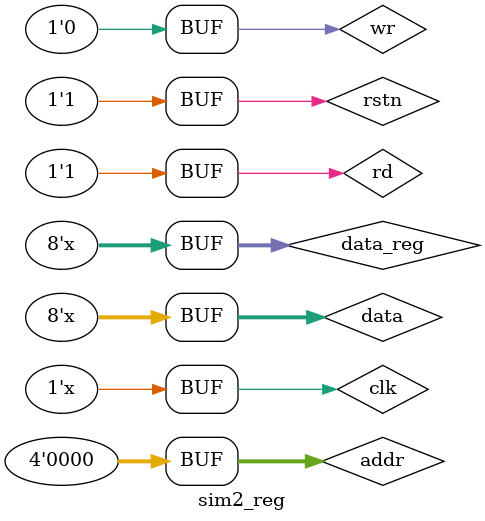
<source format=v>
`timescale 1ns / 1ps


`timescale 1ns / 1ps

module sim2_reg;

    reg [7:0] data_reg;
    reg wr,rd,rstn;
    reg [3:0] addr;
    wire [7:0] data;
    reg clk;
    assign data = data_reg;
    always #5 clk = ~clk;
    initial begin
        clk = 0;
        rstn = 0;
        wr = 0;
        rd = 0;
        data_reg = 8'bzzzzzzzz;
        #5 rstn = 1;
        #10 addr <= 0;
            rd <= 0;
            wr <=1;
            data_reg <= 8'b10101010;
        #10 addr <= 0;
            wr <=0;
            rd <= 1;
            data_reg <= 8'bzzzzzzzz;
    end
    RegFile m1(
        .clk(clk),
        .data_wire(data),
        .wr(wr),
        .rd(rd),
        .rstn(rstn),
        .addr(addr)
    );
endmodule


</source>
